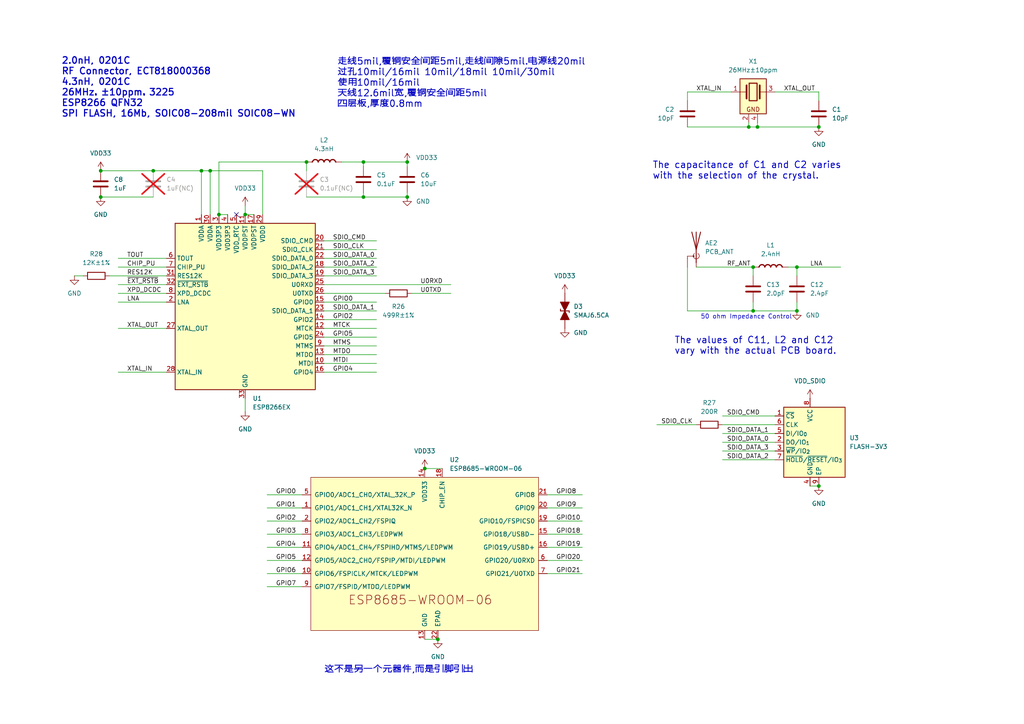
<source format=kicad_sch>
(kicad_sch (version 20250114) (generator "eeschema") (generator_version "9.0")
  (paper "A4")
  (lib_symbols
    (symbol "Device:Antenna_Shield" (pin_numbers (hide yes)) (pin_names (offset 1.016) (hide yes))
      (property "Reference" "AE" (at -1.905 4.445 0))
      (property "Value" "Antenna_Shield" (at -1.905 2.54 0))
      (symbol "Antenna_Shield_0_1"
        (arc (start 0 -2.667) (mid -0.8485 -2.1032) (end -0.508 -1.143))
        (polyline (pts (xy 0 5.08) (xy 0 -3.81)) (stroke (width 0.254)))
        (polyline (pts (xy 0 -2.54) (xy 0 0)))
        (arc (start 0.508 -1.143) (mid 0.8046 -2.0885) (end 0 -2.667))
        (polyline (pts (xy 0.762 -1.905) (xy 2.54 -1.905)))
        (circle (center 0.762 -1.905) (radius 0.1778) (fill (type outline)))
        (polyline (pts (xy 1.27 5.08) (xy 0 0) (xy -1.27 5.08)) (stroke (width 0.254)))
        (polyline (pts (xy 2.54 -2.54) (xy 2.54 -1.905)))
      )
      (symbol "Antenna_Shield_1_1"
        (pin input line (at 0 -5.08 90) (length 2.54) (name "A") (number "1"))
        (pin input line (at 2.54 -5.08 90) (length 2.54) (name "Shield") (number "2"))
      )
    )
    (symbol "MCU_Espressif:ESP8266EX"
      (property "Reference" "U" (at 0 2.54 0))
      (property "Value" "ESP8266EX" (at 0 -2.54 0))
      (symbol "ESP8266EX_0_1"
        (rectangle (start -20.32 22.86) (end 20.32 -25.4) (stroke (width 0.254)) (fill (type background)))
      )
      (symbol "ESP8266EX_1_1"
        (pin input line (at -22.86 12.7 0) (length 2.54) (name "TOUT") (number "6"))
        (pin input line (at -22.86 10.16 0) (length 2.54) (name "CHIP_PU") (number "7"))
        (pin input line (at -22.86 7.62 0) (length 2.54) (name "RES12K") (number "31"))
        (pin input line (at -22.86 5.08 0) (length 2.54) (name "~{EXT_RSTB}") (number "32"))
        (pin bidirectional line (at -22.86 2.54 0) (length 2.54) (name "XPD_DCDC") (number "8"))
        (pin bidirectional line (at -22.86 0 0) (length 2.54) (name "LNA") (number "2"))
        (pin bidirectional line (at -22.86 -7.62 0) (length 2.54) (name "XTAL_OUT") (number "27"))
        (pin bidirectional line (at -22.86 -20.32 0) (length 2.54) (name "XTAL_IN") (number "28"))
        (pin power_in line (at -12.7 25.4 270) (length 2.54) (name "VDDA") (number "1"))
        (pin power_in line (at -10.16 25.4 270) (length 2.54) (name "VDDA") (number "30"))
        (pin power_in line (at -7.62 25.4 270) (length 2.54) (name "VDD3P3") (number "3"))
        (pin power_in line (at -5.08 25.4 270) (length 2.54) (name "VDD3P3") (number "4"))
        (pin power_in line (at -2.54 25.4 270) (length 2.54) (name "VDD_RTC") (number "5"))
        (pin power_in line (at 0 25.4 270) (length 2.54) (name "VDDPST") (number "11"))
        (pin power_in line (at 0 -27.94 90) (length 2.54) (name "GND") (number "33"))
        (pin power_in line (at 2.54 25.4 270) (length 2.54) (name "VDDPST") (number "17"))
        (pin power_in line (at 5.08 25.4 270) (length 2.54) (name "VDDD") (number "29"))
        (pin bidirectional line (at 22.86 17.78 180) (length 2.54) (name "SDIO_CMD") (number "20"))
        (pin bidirectional line (at 22.86 15.24 180) (length 2.54) (name "SDIO_CLK") (number "21"))
        (pin bidirectional line (at 22.86 12.7 180) (length 2.54) (name "SDIO_DATA_0") (number "22"))
        (pin bidirectional line (at 22.86 10.16 180) (length 2.54) (name "SDIO_DATA_2") (number "18"))
        (pin bidirectional line (at 22.86 7.62 180) (length 2.54) (name "SDIO_DATA_3") (number "19"))
        (pin bidirectional line (at 22.86 5.08 180) (length 2.54) (name "U0RXD") (number "25"))
        (pin bidirectional line (at 22.86 2.54 180) (length 2.54) (name "U0TXD") (number "26"))
        (pin bidirectional line (at 22.86 0 180) (length 2.54) (name "GPIO0") (number "15"))
        (pin bidirectional line (at 22.86 -2.54 180) (length 2.54) (name "SDIO_DATA_1") (number "23"))
        (pin bidirectional line (at 22.86 -5.08 180) (length 2.54) (name "GPIO2") (number "14"))
        (pin bidirectional line (at 22.86 -7.62 180) (length 2.54) (name "MTCK") (number "12"))
        (pin bidirectional line (at 22.86 -10.16 180) (length 2.54) (name "GPIO5") (number "24"))
        (pin bidirectional line (at 22.86 -12.7 180) (length 2.54) (name "MTMS") (number "9"))
        (pin bidirectional line (at 22.86 -15.24 180) (length 2.54) (name "MTDO") (number "13"))
        (pin bidirectional line (at 22.86 -17.78 180) (length 2.54) (name "MTDI") (number "10"))
        (pin bidirectional line (at 22.86 -20.32 180) (length 2.54) (name "GPIO4") (number "16"))
      )
    )
    (symbol "Memory_Flash:W25Q128JVE"
      (property "Reference" "U" (at -6.35 11.43 0))
      (property "Value" "W25Q128JVE" (at 7.62 11.43 0))
      (symbol "W25Q128JVE_0_1"
        (rectangle (start -7.62 10.16) (end 10.16 -10.16) (stroke (width 0.254)) (fill (type background)))
      )
      (symbol "W25Q128JVE_1_1"
        (pin input line (at -10.16 7.62 0) (length 2.54) (name "~{CS}") (number "1"))
        (pin input line (at -10.16 5.08 0) (length 2.54) (name "CLK") (number "6"))
        (pin bidirectional line (at -10.16 2.54 0) (length 2.54) (name "DI/IO_{0}") (number "5"))
        (pin bidirectional line (at -10.16 0 0) (length 2.54) (name "DO/IO_{1}") (number "2"))
        (pin bidirectional line (at -10.16 -2.54 0) (length 2.54) (name "~{WP}/IO_{2}") (number "3"))
        (pin bidirectional line (at -10.16 -5.08 0) (length 2.54) (name "~{HOLD}/~{RESET}/IO_{3}") (number "7"))
        (pin power_in line (at 0 12.7 270) (length 2.54) (name "VCC") (number "8"))
        (pin power_in line (at 0 -12.7 90) (length 2.54) (name "GND") (number "4"))
        (pin passive line (at 2.54 -12.7 90) (length 2.54) (name "EP") (number "9"))
      )
    )
    (symbol "PCM_Capacitor_AKL:C_1206" (pin_numbers (hide yes)) (pin_names (offset 0.254))
      (property "Reference" "C" (at 0.635 2.54 0))
      (property "Value" "C_1206" (at 0.635 -2.54 0))
      (symbol "C_1206_0_1"
        (polyline (pts (xy -2.032 0.762) (xy 2.032 0.762)) (stroke (width 0.508)))
        (polyline (pts (xy -2.032 -0.762) (xy 2.032 -0.762)) (stroke (width 0.508)))
      )
      (symbol "C_1206_0_2"
        (polyline (pts (xy -2.54 -2.54) (xy -0.381 -0.381)))
        (polyline (pts (xy -0.508 -0.508) (xy -1.651 0.635)) (stroke (width 0.508)))
        (polyline (pts (xy -0.508 -0.508) (xy 0.635 -1.651)) (stroke (width 0.508)))
        (polyline (pts (xy 0.381 0.381) (xy 2.54 2.54)))
        (polyline (pts (xy 0.508 0.508) (xy -0.635 1.651)) (stroke (width 0.508)))
        (polyline (pts (xy 0.508 0.508) (xy 1.651 -0.635)) (stroke (width 0.508)))
      )
      (symbol "C_1206_1_1"
        (pin passive line (at 0 3.81 270) (length 2.794) (name "~") (number "1"))
        (pin passive line (at 0 -3.81 90) (length 2.794) (name "~") (number "2"))
      )
      (symbol "C_1206_1_2"
        (pin passive line (at -2.54 -2.54 90) (length 0) (name "~") (number "2"))
        (pin passive line (at 2.54 2.54 270) (length 0) (name "~") (number "1"))
      )
    )
    (symbol "PCM_Crystal_AKL:SMD3225-4" (pin_names (offset 1.016) (hide yes))
      (property "Reference" "X" (at 0 8.89 0))
      (property "Value" "SMD3225-4" (at 0 6.35 0))
      (symbol "SMD3225-4_0_1"
        (rectangle (start -3.81 3.81) (end 3.81 -6.35) (stroke (width 0.254)) (fill (type background)))
        (polyline (pts (xy -3.81 0) (xy -1.905 0)))
        (polyline (pts (xy -1.905 -1.905) (xy -1.905 1.905)) (stroke (width 0.508)))
        (rectangle (start -1.143 2.54) (end 1.143 -2.54) (stroke (width 0.3048)))
        (polyline (pts (xy 1.905 -1.905) (xy 1.905 1.905)) (stroke (width 0.508)))
        (polyline (pts (xy 3.81 0) (xy 1.905 0)))
        (text "GND" (at 0 -5.08 0) (effects (font (size 1.27 1.27))))
      )
      (symbol "SMD3225-4_1_1"
        (pin passive line (at -6.35 0 0) (length 2.54) (name "1") (number "1"))
        (pin passive line (at -1.27 -8.89 90) (length 2.54) (name "2") (number "2"))
        (pin passive line (at 1.27 -8.89 90) (length 2.54) (name "4") (number "4"))
        (pin passive line (at 6.35 0 180) (length 2.54) (name "3") (number "3"))
      )
    )
    (symbol "PCM_Diode_TVS_AKL:SMAJ6.5CA" (pin_numbers (hide yes)) (pin_names (offset 1.016) (hide yes))
      (property "Reference" "D" (at 0 5.08 0))
      (property "Value" "SMAJ6.5CA" (at 0 2.54 0))
      (symbol "SMAJ6.5CA_0_1"
        (polyline (pts (xy 0 1.27) (xy 0 -1.27)) (stroke (width 0.254)))
        (polyline (pts (xy 0 1.27) (xy 0.508 1.27)) (stroke (width 0.254)))
        (polyline (pts (xy 0 0) (xy -2.54 1.27) (xy -2.54 -1.27) (xy 0 0)) (stroke (width 0.254)) (fill (type outline)))
        (polyline (pts (xy 0 -1.27) (xy -0.508 -1.27)) (stroke (width 0.254)))
        (polyline (pts (xy 1.27 0) (xy -1.27 0)))
        (polyline (pts (xy 2.54 1.27) (xy 2.54 -1.27) (xy 0 0) (xy 2.54 1.27)) (stroke (width 0.254)) (fill (type outline)))
      )
      (symbol "SMAJ6.5CA_0_2"
        (polyline (pts (xy -3.81 -3.81) (xy 3.81 3.81)))
        (polyline (pts (xy -1.778 -1.778) (xy -2.667 -0.889) (xy 0 0) (xy -0.889 -2.667) (xy -1.778 -1.778)) (stroke (width 0.254)) (fill (type outline)))
        (polyline (pts (xy -0.889 0.889) (xy -1.27 0.508)) (stroke (width 0.254)))
        (polyline (pts (xy -0.889 0.889) (xy 0.889 -0.889)) (stroke (width 0.254)))
        (polyline (pts (xy 0.889 -0.889) (xy 1.27 -0.508)) (stroke (width 0.254)))
        (polyline (pts (xy 1.778 1.778) (xy 2.667 0.889) (xy 0 0) (xy 0.889 2.667) (xy 1.778 1.778)) (stroke (width 0.254)) (fill (type outline)))
      )
      (symbol "SMAJ6.5CA_1_1"
        (pin passive line (at -5.08 0 0) (length 2.54) (name "K") (number "1"))
        (pin passive line (at 5.08 0 180) (length 2.54) (name "A") (number "2"))
      )
      (symbol "SMAJ6.5CA_1_2"
        (pin passive line (at -3.81 -3.81 0) (length 0) (name "A") (number "2"))
        (pin passive line (at 3.81 3.81 180) (length 0) (name "K") (number "1"))
      )
    )
    (symbol "PCM_Elektuur:L" (pin_numbers (hide yes)) (pin_names (offset 0) (hide yes))
      (property "Reference" "L" (at 2.54 3.175 0))
      (property "Value" "L" (at 2.54 -3.175 0))
      (symbol "L_1_0"
        (arc (start 0 3.302) (mid 0.6604 2.5146) (end 0 1.7272) (stroke (width 0.254)))
        (arc (start 0 1.6256) (mid 0.6604 0.8382) (end 0 0.0508) (stroke (width 0.254)))
        (arc (start 0 -0.0508) (mid 0.6604 -0.8382) (end 0 -1.6256) (stroke (width 0.254)))
        (arc (start 0 -1.7272) (mid 0.6604 -2.5146) (end 0 -3.302) (stroke (width 0.254)))
        (arc (start 0 3.4036) (mid 0.762 2.5146) (end 0 1.6256) (stroke (width 0.254)))
        (arc (start 0 1.7272) (mid 0.762 0.8382) (end 0 -0.0508) (stroke (width 0.254)))
        (arc (start 0 0.0508) (mid 0.762 -0.8382) (end 0 -1.7272) (stroke (width 0.254)))
        (arc (start 0 -1.6256) (mid 0.762 -2.5146) (end 0 -3.4036) (stroke (width 0.254)))
        (polyline (pts (xy 0 3.5052) (xy 0 3.302)) (stroke (width 0.254)))
        (polyline (pts (xy 0 1.7272) (xy 0 1.6256)) (stroke (width 0.254)))
        (polyline (pts (xy 0 0.0508) (xy 0 -0.0508)) (stroke (width 0.254)))
        (polyline (pts (xy 0 -1.6256) (xy 0 -1.7272)) (stroke (width 0.254)))
        (polyline (pts (xy 0 -3.302) (xy 0 -3.5052)) (stroke (width 0.254)))
        (pin passive line (at 0 5.08 270) (length 1.5748) (name "+") (number "1"))
        (pin passive line (at 0 -5.08 90) (length 1.5748) (name "-") (number "2"))
      )
      (symbol "L_1_2"
        (rectangle (start 1.524 3.3782) (end 1.9812 -3.3782) (stroke (width 0.254)) (fill (type outline)))
      )
      (symbol "L_1_3"
        (rectangle (start 1.524 3.0988) (end 1.9812 1.9304) (stroke (width 0.254)) (fill (type outline)))
        (rectangle (start 1.524 1.4224) (end 1.9812 0.254) (stroke (width 0.254)) (fill (type outline)))
        (rectangle (start 1.524 -0.254) (end 1.9812 -1.4224) (stroke (width 0.254)) (fill (type outline)))
        (rectangle (start 1.524 -1.9304) (end 1.9812 -3.0988) (stroke (width 0.254)) (fill (type outline)))
      )
    )
    (symbol "PCM_Espressif:ESP8685-WROOM-06" (pin_names (offset 1.016))
      (property "Reference" "U" (at -33.02 24.13 0))
      (property "Value" "ESP8685-WROOM-06" (at -33.02 21.59 0))
      (symbol "ESP8685-WROOM-06_0_1"
        (rectangle (start -33.02 20.32) (end 33.02 -24.13) (fill (type background)))
      )
      (symbol "ESP8685-WROOM-06_1_0"
        (pin bidirectional line (at 35.56 15.24 180) (length 2.54) (name "GPIO8") (number "21"))
      )
      (symbol "ESP8685-WROOM-06_1_1"
        (text "ESP8685-WROOM-06" (at -1.27 -15.24 0) (effects (font (size 2.54 2.54))))
        (pin bidirectional line (at -35.56 15.24 0) (length 2.54) (name "GPIO0/ADC1_CH0/XTAL_32K_P") (number "5"))
        (pin bidirectional line (at -35.56 11.43 0) (length 2.54) (name "GPIO1/ADC1_CH1/XTAL32K_N") (number "1"))
        (pin bidirectional line (at -35.56 7.62 0) (length 2.54) (name "GPIO2/ADC1_CH2/FSPIQ") (number "2"))
        (pin bidirectional line (at -35.56 3.81 0) (length 2.54) (name "GPIO3/ADC1_CH3/LEDPWM") (number "8"))
        (pin bidirectional line (at -35.56 0 0) (length 2.54) (name "GPIO4/ADC1_CH4/FSPIHD/MTMS/LEDPWM") (number "11"))
        (pin bidirectional line (at -35.56 -3.81 0) (length 2.54) (name "GPIO5/ADC2_CH0/FSPIP/MTDI/LEDPWM") (number "12"))
        (pin bidirectional line (at -35.56 -7.62 0) (length 2.54) (name "GPIO6/FSPICLK/MTCK/LEDPWM") (number "10"))
        (pin bidirectional line (at -35.56 -11.43 0) (length 2.54) (name "GPIO7/FSPID/MTDO/LEDPWM") (number "9"))
        (pin power_in line (at 0 22.86 270) (length 2.54) (name "VDD33") (number "14"))
        (pin power_in line (at 0 -26.67 90) (length 2.54) (name "GND") (number "13"))
        (pin power_in line (at 3.81 -26.67 90) (length 2.54) (name "EPAD") (number "22"))
        (pin input line (at 5.08 22.86 270) (length 2.54) (name "CHIP_EN") (number "18"))
        (pin no_connect non_logic (at 11.43 22.86 270) (length 2.54) (hide yes) (name "NC") (number "3"))
        (pin no_connect non_logic (at 15.24 22.86 270) (length 2.54) (hide yes) (name "NC") (number "4"))
        (pin no_connect non_logic (at 19.05 22.86 270) (length 2.54) (hide yes) (name "NC") (number "17"))
        (pin bidirectional line (at 35.56 11.43 180) (length 2.54) (name "GPIO9") (number "20"))
        (pin bidirectional line (at 35.56 7.62 180) (length 2.54) (name "GPIO10/FSPICS0") (number "19"))
        (pin bidirectional line (at 35.56 3.81 180) (length 2.54) (name "GPIO18/USBD-") (number "15"))
        (pin bidirectional line (at 35.56 0 180) (length 2.54) (name "GPIO19/USBD+") (number "16"))
        (pin bidirectional line (at 35.56 -3.81 180) (length 2.54) (name "GPIO20/U0RXD") (number "6"))
        (pin bidirectional line (at 35.56 -7.62 180) (length 2.54) (name "GPIO21/U0TXD") (number "7"))
      )
    )
    (symbol "PCM_Resistor_AKL:R_1206" (pin_numbers (hide yes)) (pin_names (offset 0))
      (property "Reference" "R" (at 2.54 1.27 0))
      (property "Value" "R_1206" (at 2.54 -1.27 0))
      (symbol "R_1206_0_1"
        (rectangle (start -1.016 2.54) (end 1.016 -2.54) (stroke (width 0.254)))
      )
      (symbol "R_1206_0_2"
        (polyline (pts (xy -2.54 -2.54) (xy -1.524 -1.524)))
        (polyline (pts (xy 1.524 1.524) (xy 2.54 2.54)))
        (polyline (pts (xy 1.524 1.524) (xy 0.889 2.159) (xy -2.159 -0.889) (xy -0.889 -2.159) (xy 2.159 0.889) (xy 1.524 1.524)) (stroke (width 0.254)))
      )
      (symbol "R_1206_1_1"
        (pin passive line (at 0 3.81 270) (length 1.27) (name "~") (number "1"))
        (pin passive line (at 0 -3.81 90) (length 1.27) (name "~") (number "2"))
      )
      (symbol "R_1206_1_2"
        (pin passive line (at -2.54 -2.54 0) (length 0) (name "") (number "2"))
        (pin passive line (at 2.54 2.54 180) (length 0) (name "") (number "1"))
      )
    )
    (symbol "power:+3.3V" (power) (pin_numbers (hide yes)) (pin_names (offset 0) (hide yes))
      (property "Value" "+3.3V" (at 0 3.556 0))
      (symbol "+3.3V_0_1"
        (polyline (pts (xy -0.762 1.27) (xy 0 2.54)))
        (polyline (pts (xy 0 2.54) (xy 0.762 1.27)))
        (polyline (pts (xy 0 0) (xy 0 2.54)))
      )
      (symbol "+3.3V_1_1"
        (pin power_in line (at 0 0 90) (length 0) (name "~") (number "1"))
      )
    )
    (symbol "power:GND" (power) (pin_numbers (hide yes)) (pin_names (offset 0) (hide yes))
      (property "Value" "GND" (at 0 -3.81 0))
      (symbol "GND_0_1"
        (polyline (pts (xy 0 0) (xy 0 -1.27) (xy 1.27 -1.27) (xy 0 -2.54) (xy -1.27 -1.27) (xy 0 -1.27)))
      )
      (symbol "GND_1_1"
        (pin power_in line (at 0 0 270) (length 0) (name "~") (number "1"))
      )
    )
  )
  (text "The values of C11, L2 and C12\nvary with the actual PCB board." (exclude_from_sim yes) (at 195.58 100.33 0) (effects (font (size 1.905 1.905) (thickness 0.2381)) (justify left)))
  (text "这不是另一个元器件,而是引脚引出" (exclude_from_sim yes) (at 93.98 194.31 0) (effects (font (size 1.905 1.905) (thickness 0.2381)) (justify left)))
  (text "50 ohm Impedance Control" (at 203.2 92.71 0) (effects (font (size 1.27 1.27)) (justify left bottom)))
  (text "2.0nH, 0201C\nRF Connector, ECT818000368 \n4.3nH, 0201C\n26MHz，±10ppm，3225\nESP8266 QFN32\nSPI FLASH, 16Mb, SOIC08-208mil SOIC08-WN" (exclude_from_sim yes) (at 17.78 25.4 0) (effects (font (size 1.905 1.905) (thickness 0.3175)) (justify left)))
  (text "走线5mil,覆铜安全间距5mil,走线间隙5mil.电源线20mil\n过孔10mil/16mil 10mil/18mil 10mil/30mil\n使用10mil/16mil\n天线12.6mil宽,覆铜安全间距5mil\n四层板,厚度0.8mm" (exclude_from_sim yes) (at 97.79 24.13 0) (effects (font (size 1.905 1.905) (thickness 0.2381)) (justify left)))
  (text "The capacitance of C1 and C2 varies\nwith the selection of the crystal.\n" (exclude_from_sim yes) (at 189.23 49.53 0) (effects (font (size 1.905 1.905) (thickness 0.2381)) (justify left)))
  (junction (at 63.5 62.23))
  (junction (at 71.12 62.23))
  (junction (at 219.71 36.83))
  (junction (at 44.45 49.53))
  (junction (at 237.49 36.83))
  (junction (at 118.11 57.15))
  (junction (at 58.42 49.53))
  (junction (at 123.19 135.89))
  (junction (at 105.41 46.99))
  (junction (at 127 185.42))
  (junction (at 88.9 46.99))
  (junction (at 217.17 36.83))
  (junction (at 105.41 57.15))
  (junction (at 218.44 90.17))
  (junction (at 118.11 46.99))
  (junction (at 218.44 77.47))
  (junction (at 231.14 77.47))
  (junction (at 29.21 49.53))
  (junction (at 231.14 90.17))
  (junction (at 237.49 140.97))
  (junction (at 60.96 49.53))
  (junction (at 29.21 57.15))
  (no_connect (at 68.58 62.23))
  (wire (pts (xy 60.96 62.23) (xy 60.96 49.53)))
  (wire (pts (xy 158.75 154.94) (xy 168.91 154.94)))
  (wire (pts (xy 109.22 74.93) (xy 93.98 74.93)))
  (wire (pts (xy 209.55 133.35) (xy 224.79 133.35)))
  (wire (pts (xy 199.39 26.67) (xy 212.09 26.67)))
  (wire (pts (xy 109.22 95.25) (xy 93.98 95.25)))
  (wire (pts (xy 158.75 166.37) (xy 168.91 166.37)))
  (wire (pts (xy 109.22 90.17) (xy 93.98 90.17)))
  (wire (pts (xy 109.22 87.63) (xy 93.98 87.63)))
  (wire (pts (xy 58.42 49.53) (xy 60.96 49.53)))
  (wire (pts (xy 109.22 97.79) (xy 93.98 97.79)))
  (wire (pts (xy 209.55 130.81) (xy 224.79 130.81)))
  (wire (pts (xy 218.44 77.47) (xy 218.44 80.01)))
  (wire (pts (xy 199.39 77.47) (xy 199.39 90.17)))
  (wire (pts (xy 109.22 77.47) (xy 93.98 77.47)))
  (wire (pts (xy 34.29 95.25) (xy 48.26 95.25)))
  (wire (pts (xy 109.22 72.39) (xy 93.98 72.39)))
  (wire (pts (xy 63.5 62.23) (xy 66.04 62.23)))
  (wire (pts (xy 34.29 87.63) (xy 48.26 87.63)))
  (wire (pts (xy 34.29 82.55) (xy 48.26 82.55)))
  (wire (pts (xy 209.55 123.19) (xy 224.79 123.19)))
  (wire (pts (xy 158.75 162.56) (xy 168.91 162.56)))
  (wire (pts (xy 209.55 120.65) (xy 224.79 120.65)))
  (wire (pts (xy 77.47 166.37) (xy 87.63 166.37)))
  (wire (pts (xy 109.22 105.41) (xy 93.98 105.41)))
  (wire (pts (xy 209.55 125.73) (xy 224.79 125.73)))
  (wire (pts (xy 237.49 26.67) (xy 237.49 29.21)))
  (wire (pts (xy 105.41 57.15) (xy 88.9 57.15)))
  (wire (pts (xy 34.29 85.09) (xy 48.26 85.09)))
  (wire (pts (xy 21.59 80.01) (xy 24.13 80.01)))
  (wire (pts (xy 218.44 87.63) (xy 218.44 90.17)))
  (wire (pts (xy 105.41 46.99) (xy 99.06 46.99)))
  (wire (pts (xy 77.47 143.51) (xy 87.63 143.51)))
  (wire (pts (xy 219.71 35.56) (xy 219.71 36.83)))
  (wire (pts (xy 217.17 35.56) (xy 217.17 36.83)))
  (wire (pts (xy 105.41 48.26) (xy 105.41 46.99)))
  (wire (pts (xy 58.42 49.53) (xy 58.42 62.23)))
  (wire (pts (xy 199.39 36.83) (xy 217.17 36.83)))
  (wire (pts (xy 231.14 80.01) (xy 231.14 77.47)))
  (wire (pts (xy 88.9 46.99) (xy 63.5 46.99)))
  (wire (pts (xy 109.22 92.71) (xy 93.98 92.71)))
  (wire (pts (xy 199.39 90.17) (xy 218.44 90.17)))
  (wire (pts (xy 158.75 151.13) (xy 168.91 151.13)))
  (wire (pts (xy 231.14 77.47) (xy 243.84 77.47)))
  (wire (pts (xy 119.38 85.09) (xy 130.81 85.09)))
  (wire (pts (xy 118.11 46.99) (xy 105.41 46.99)))
  (wire (pts (xy 34.29 77.47) (xy 48.26 77.47)))
  (wire (pts (xy 158.75 143.51) (xy 168.91 143.51)))
  (wire (pts (xy 29.21 49.53) (xy 44.45 49.53)))
  (wire (pts (xy 109.22 100.33) (xy 93.98 100.33)))
  (wire (pts (xy 71.12 119.38) (xy 71.12 115.57)))
  (wire (pts (xy 109.22 69.85) (xy 93.98 69.85)))
  (wire (pts (xy 76.2 49.53) (xy 60.96 49.53)))
  (wire (pts (xy 118.11 55.88) (xy 118.11 57.15)))
  (wire (pts (xy 76.2 62.23) (xy 76.2 49.53)))
  (wire (pts (xy 77.47 170.18) (xy 87.63 170.18)))
  (wire (pts (xy 231.14 90.17) (xy 231.14 87.63)))
  (wire (pts (xy 217.17 36.83) (xy 219.71 36.83)))
  (wire (pts (xy 77.47 151.13) (xy 87.63 151.13)))
  (wire (pts (xy 199.39 26.67) (xy 199.39 29.21)))
  (wire (pts (xy 31.75 80.01) (xy 48.26 80.01)))
  (wire (pts (xy 77.47 154.94) (xy 87.63 154.94)))
  (wire (pts (xy 44.45 49.53) (xy 58.42 49.53)))
  (wire (pts (xy 29.21 57.15) (xy 44.45 57.15)))
  (wire (pts (xy 34.29 107.95) (xy 48.26 107.95)))
  (wire (pts (xy 109.22 80.01) (xy 93.98 80.01)))
  (wire (pts (xy 201.93 77.47) (xy 218.44 77.47)))
  (wire (pts (xy 77.47 162.56) (xy 87.63 162.56)))
  (wire (pts (xy 118.11 57.15) (xy 105.41 57.15)))
  (wire (pts (xy 219.71 36.83) (xy 237.49 36.83)))
  (wire (pts (xy 77.47 158.75) (xy 87.63 158.75)))
  (wire (pts (xy 93.98 85.09) (xy 111.76 85.09)))
  (wire (pts (xy 93.98 82.55) (xy 130.81 82.55)))
  (wire (pts (xy 158.75 158.75) (xy 168.91 158.75)))
  (wire (pts (xy 88.9 46.99) (xy 88.9 49.53)))
  (wire (pts (xy 234.95 140.97) (xy 237.49 140.97)))
  (wire (pts (xy 109.22 102.87) (xy 93.98 102.87)))
  (wire (pts (xy 118.11 48.26) (xy 118.11 46.99)))
  (wire (pts (xy 209.55 128.27) (xy 224.79 128.27)))
  (wire (pts (xy 71.12 59.69) (xy 71.12 62.23)))
  (wire (pts (xy 109.22 107.95) (xy 93.98 107.95)))
  (wire (pts (xy 123.19 185.42) (xy 127 185.42)))
  (wire (pts (xy 105.41 55.88) (xy 105.41 57.15)))
  (wire (pts (xy 71.12 62.23) (xy 73.66 62.23)))
  (wire (pts (xy 224.79 26.67) (xy 237.49 26.67)))
  (wire (pts (xy 158.75 147.32) (xy 168.91 147.32)))
  (wire (pts (xy 63.5 46.99) (xy 63.5 62.23)))
  (wire (pts (xy 218.44 90.17) (xy 231.14 90.17)))
  (wire (pts (xy 34.29 74.93) (xy 48.26 74.93)))
  (wire (pts (xy 190.5 123.19) (xy 201.93 123.19)))
  (wire (pts (xy 123.19 135.89) (xy 128.27 135.89)))
  (wire (pts (xy 77.47 147.32) (xy 87.63 147.32)))
  (wire (pts (xy 231.14 77.47) (xy 228.6 77.47)))
  (label "MTDO" (at 96.52 102.87 0))
  (label "GPIO1" (at 80.01 147.32 0))
  (label "GPIO8" (at 161.29 143.51 0))
  (label "GPIO0" (at 80.01 143.51 0))
  (label "GPIO2" (at 96.52 92.71 0))
  (label "SDIO_DATA_0" (at 96.52 74.93 0))
  (label "GPIO9" (at 161.29 147.32 0))
  (label "XTAL_IN" (at 36.83 107.95 0))
  (label "GPIO5" (at 96.52 97.79 0))
  (label "GPIO10" (at 161.29 151.13 0))
  (label "U0RXD" (at 121.92 82.55 0))
  (label "GPIO20" (at 161.29 162.56 0))
  (label "GPIO6" (at 80.01 166.37 0))
  (label "U0TXD" (at 121.92 85.09 0))
  (label "SDIO_CMD" (at 210.82 120.65 0))
  (label "SDIO_DATA_0" (at 210.82 128.27 0))
  (label "XTAL_OUT" (at 36.83 95.25 0))
  (label "CHIP_PU" (at 36.83 77.47 0))
  (label "SDIO_DATA_1" (at 96.52 90.17 0))
  (label "SDIO_DATA_3" (at 210.82 130.81 0))
  (label "GPIO18" (at 161.29 154.94 0))
  (label "SDIO_CMD" (at 96.52 69.85 0))
  (label "GPIO19" (at 161.29 158.75 0))
  (label "SDIO_DATA_1" (at 210.82 125.73 0))
  (label "SDIO_DATA_2" (at 96.52 77.47 0))
  (label "GPIO4" (at 80.01 158.75 0))
  (label "MTMS" (at 96.52 100.33 0))
  (label "GPIO5" (at 80.01 162.56 0))
  (label "GPIO21" (at 161.29 166.37 0))
  (label "XTAL_OUT" (at 227.33 26.67 0))
  (label "GPIO2" (at 80.01 151.13 0))
  (label "GPIO0" (at 96.52 87.63 0))
  (label "GPIO4" (at 96.52 107.95 0))
  (label "LNA" (at 36.83 87.63 0))
  (label "TOUT" (at 36.83 74.93 0))
  (label "RES12K" (at 36.83 80.01 0))
  (label "RF_ANT" (at 210.82 77.47 0))
  (label "XTAL_IN" (at 201.93 26.67 0))
  (label "MTDI" (at 96.52 105.41 0))
  (label "XPD_DCDC" (at 36.83 85.09 0))
  (label "~{EXT_RSTB}" (at 36.83 82.55 0))
  (label "GPIO7" (at 80.01 170.18 0))
  (label "SDIO_DATA_3" (at 96.52 80.01 0))
  (label "LNA" (at 234.95 77.47 0))
  (label "SDIO_DATA_2" (at 210.82 133.35 0))
  (label "SDIO_CLK" (at 191.77 123.19 0))
  (label "MTCK" (at 96.52 95.25 0))
  (label "SDIO_CLK" (at 96.52 72.39 0))
  (label "GPIO3" (at 80.01 154.94 0))
  (symbol (lib_id "PCM_Capacitor_AKL:C_1206") (at 237.49 33.02 0) (mirror y) (unit 1)
    (property "Reference" "C1" (at 241.3 31.7499 0) (effects (justify right)))
    (property "Value" "10pF" (at 241.3 34.2899 0) (effects (justify right)))
    (property "Footprint" "PCM_Capacitor_SMD_AKL:C_1206_3216Metric" (effects (hide yes)))
    (property "Description" "SMD 1206 MLCC capacitor, Alternate KiCad Library" (effects (hide yes)))
  )
  (symbol (lib_id "power:GND") (at 237.49 36.83 0) (unit 1)
    (property "Reference" "#PWR04" (effects (hide yes)))
    (property "Value" "GND" (at 237.49 41.91 0))
    (property "Description" "Power symbol creates a global label with name \"GND\" , ground" (effects (hide yes)))
  )
  (symbol (lib_id "power:GND") (at 127 185.42 0) (unit 1)
    (property "Reference" "#PWR023" (effects (hide yes)))
    (property "Value" "GND" (at 127 190.5 0))
    (property "Description" "Power symbol creates a global label with name \"GND\" , ground" (effects (hide yes)))
  )
  (symbol (lib_id "PCM_Capacitor_AKL:C_1206") (at 105.41 52.07 0) (mirror y) (unit 1)
    (property "Reference" "C5" (at 109.22 50.7999 0) (effects (justify right)))
    (property "Value" "0.1uF" (at 109.22 53.3399 0) (effects (justify right)))
    (property "Footprint" "PCM_Capacitor_SMD_AKL:C_1206_3216Metric" (effects (hide yes)))
    (property "Description" "SMD 1206 MLCC capacitor, Alternate KiCad Library" (effects (hide yes)))
  )
  (symbol (lib_id "PCM_Diode_TVS_AKL:SMAJ6.5CA") (at 163.83 90.17 90) (unit 1)
    (property "Reference" "D3" (at 166.37 88.8999 90) (effects (justify right)))
    (property "Value" "SMAJ6.5CA" (at 166.37 91.4399 90) (effects (justify right)))
    (property "Footprint" "PCM_Diode_SMD_AKL:D_SMA_TVS" (effects (hide yes)))
    (property "Datasheet" "https://www.tme.eu/Document/dbc72d81c249fe51b6ab42300e8e06d0/SMAJ_ser.pdf" (effects (hide yes)))
    (property "Description" "SMA Bidirectional TVS Diode, 6.5V, 400W, Alternate KiCAD Library" (effects (hide yes)))
  )
  (symbol (lib_id "PCM_Resistor_AKL:R_1206") (at 115.57 85.09 270) (unit 1)
    (property "Reference" "R26" (at 115.57 88.9 90))
    (property "Value" "499R±1%" (at 115.57 91.44 90))
    (property "Footprint" "PCM_Resistor_SMD_AKL:R_1206_3216Metric" (effects (hide yes)))
    (property "Description" "SMD 1206 Chip Resistor, European Symbol, Alternate KiCad Library" (effects (hide yes)))
  )
  (symbol (lib_id "PCM_Elektuur:L") (at 223.52 77.47 90) (unit 1)
    (property "Reference" "L1" (at 223.52 71.12 90))
    (property "Value" "2.4nH" (at 223.52 73.66 90))
    (property "Description" "coil/winding/inductor/choke/reactor" (effects (hide yes)))
    (property "Indicator" "●" (effects (hide yes)))
    (property "Rating" "A" (effects (hide yes)))
  )
  (symbol (lib_id "Device:Antenna_Shield") (at 201.93 72.39 0) (mirror y) (unit 1)
    (property "Reference" "AE2" (at 204.47 70.4849 0) (effects (justify right)))
    (property "Value" "PCB_ANT" (at 204.47 73.0249 0) (effects (justify right)))
    (property "Description" "Antenna with extra pin for shielding" (effects (hide yes)))
  )
  (symbol (lib_id "power:GND") (at 21.59 80.01 0) (mirror y) (unit 1)
    (property "Reference" "#PWR016" (effects (hide yes)))
    (property "Value" "GND" (at 21.59 85.09 0))
    (property "Description" "Power symbol creates a global label with name \"GND\" , ground" (effects (hide yes)))
  )
  (symbol (lib_id "power:GND") (at 237.49 140.97 0) (unit 1)
    (property "Reference" "#PWR022" (effects (hide yes)))
    (property "Value" "GND" (at 237.49 146.05 0))
    (property "Description" "Power symbol creates a global label with name \"GND\" , ground" (effects (hide yes)))
  )
  (symbol (lib_id "PCM_Capacitor_AKL:C_1206") (at 199.39 33.02 0) (unit 1)
    (property "Reference" "C2" (at 195.58 31.7499 0) (effects (justify right)))
    (property "Value" "10pF" (at 195.58 34.2899 0) (effects (justify right)))
    (property "Footprint" "PCM_Capacitor_SMD_AKL:C_1206_3216Metric" (effects (hide yes)))
    (property "Description" "SMD 1206 MLCC capacitor, Alternate KiCad Library" (effects (hide yes)))
  )
  (symbol (lib_id "power:+3.3V") (at 163.83 85.09 0) (unit 1)
    (property "Reference" "#PWR024" (effects (hide yes)))
    (property "Value" "VDD33" (at 163.83 80.01 0))
    (property "Description" "Power symbol creates a global label with name \"+3.3V\"" (effects (hide yes)))
  )
  (symbol (lib_id "power:+3.3V") (at 234.95 115.57 0) (unit 1)
    (property "Reference" "#PWR021" (effects (hide yes)))
    (property "Value" "VDD_SDIO" (at 234.95 110.49 0))
    (property "Description" "Power symbol creates a global label with name \"+3.3V\"" (effects (hide yes)))
  )
  (symbol (lib_id "MCU_Espressif:ESP8266EX") (at 71.12 87.63 0) (unit 1)
    (property "Reference" "U1" (at 73.2633 115.57 0) (effects (justify left)))
    (property "Value" "ESP8266EX" (at 73.2633 118.11 0) (effects (justify left)))
    (property "Footprint" "Package_DFN_QFN:QFN-32-1EP_5x5mm_P0.5mm_EP3.45x3.45mm" (effects (hide yes)))
    (property "Datasheet" "http://espressif.com/sites/default/files/documentation/0a-esp8266ex_datasheet_en.pdf" (effects (hide yes)))
    (property "Description" "Highly integrated Wi-Fi SoC, QFN-32" (effects (hide yes)))
  )
  (symbol (lib_id "PCM_Crystal_AKL:SMD3225-4") (at 218.44 26.67 0) (unit 1)
    (property "Reference" "X1" (at 218.44 17.78 0))
    (property "Value" "26MHz±10ppm" (at 218.44 20.32 0))
    (property "Footprint" "PCM_Crystal_AKL:Crystal_SMD_3225-4Pin_3.2x2.5mm" (effects (hide yes)))
    (property "Description" "SMD Quartz crystal, 4 terminals, 3.2mm x 2.5mm, Alternate KiCad Library" (effects (hide yes)))
  )
  (symbol (lib_id "power:+3.3V") (at 123.19 135.89 0) (unit 1)
    (property "Reference" "#PWR025" (effects (hide yes)))
    (property "Value" "VDD33" (at 123.19 130.81 0))
    (property "Description" "Power symbol creates a global label with name \"+3.3V\"" (effects (hide yes)))
  )
  (symbol (lib_id "PCM_Resistor_AKL:R_1206") (at 205.74 123.19 90) (unit 1)
    (property "Reference" "R27" (at 205.74 116.84 90))
    (property "Value" "200R" (at 205.74 119.38 90))
    (property "Footprint" "PCM_Resistor_SMD_AKL:R_1206_3216Metric" (effects (hide yes)))
    (property "Description" "SMD 1206 Chip Resistor, European Symbol, Alternate KiCad Library" (effects (hide yes)))
  )
  (symbol (lib_id "power:GND") (at 71.12 119.38 0) (unit 1)
    (property "Reference" "#PWR026" (effects (hide yes)))
    (property "Value" "GND" (at 71.12 124.46 0))
    (property "Description" "Power symbol creates a global label with name \"GND\" , ground" (effects (hide yes)))
  )
  (symbol (lib_id "power:GND") (at 118.11 57.15 0) (unit 1)
    (property "Reference" "#PWR08" (effects (hide yes)))
    (property "Value" "GND" (at 120.65 58.4199 0) (effects (justify left)))
    (property "Description" "Power symbol creates a global label with name \"GND\" , ground" (effects (hide yes)))
  )
  (symbol (lib_id "PCM_Espressif:ESP8685-WROOM-06") (at 123.19 158.75 0) (unit 1)
    (property "Reference" "U2" (at 130.4133 133.35 0) (effects (justify left)))
    (property "Value" "ESP8685-WROOM-06" (at 130.4133 135.89 0) (effects (justify left)))
    (property "Footprint" "PCM_Espressif:ESP8685-WROOM-06" (effects (hide yes)))
    (property "Datasheet" "https://www.espressif.com/sites/default/files/documentation/esp8685-wroom-06_datasheet_en.pdf" (effects (hide yes)))
  )
  (symbol (lib_id "Memory_Flash:W25Q128JVE") (at 234.95 128.27 0) (unit 1)
    (property "Reference" "U3" (at 246.38 126.9999 0) (effects (justify left)))
    (property "Value" "FLASH-3V3" (at 246.38 129.5399 0) (effects (justify left)))
    (property "Footprint" "Package_SON:WSON-8-1EP_8x6mm_P1.27mm_EP3.4x4.3mm" (effects (hide yes)))
    (property "Datasheet" "https://www.winbond.com/resource-files/w25q128jv_dtr%20revc%2003272018%20plus.pdf" (effects (hide yes)))
    (property "Description" "128Mbit / 16MiB Serial Flash Memory, Standard/Dual/Quad SPI, 2.7-3.6V, WSON-8" (effects (hide yes)))
  )
  (symbol (lib_id "power:GND") (at 29.21 57.15 0) (mirror y) (unit 1)
    (property "Reference" "#PWR015" (effects (hide yes)))
    (property "Value" "GND" (at 29.21 62.23 0))
    (property "Description" "Power symbol creates a global label with name \"GND\" , ground" (effects (hide yes)))
  )
  (symbol (lib_id "PCM_Resistor_AKL:R_1206") (at 27.94 80.01 270) (unit 1)
    (property "Reference" "R28" (at 27.94 73.66 90))
    (property "Value" "12K±1%" (at 27.94 76.2 90))
    (property "Footprint" "PCM_Resistor_SMD_AKL:R_1206_3216Metric" (effects (hide yes)))
    (property "Description" "SMD 1206 Chip Resistor, European Symbol, Alternate KiCad Library" (effects (hide yes)))
  )
  (symbol (lib_id "PCM_Capacitor_AKL:C_1206") (at 231.14 83.82 0) (unit 1)
    (property "Reference" "C12" (at 234.95 82.5499 0) (effects (justify left)))
    (property "Value" "2.4pF" (at 234.95 85.0899 0) (effects (justify left)))
    (property "Footprint" "PCM_Capacitor_SMD_AKL:C_1206_3216Metric" (effects (hide yes)))
    (property "Description" "SMD 1206 MLCC capacitor, Alternate KiCad Library" (effects (hide yes)))
  )
  (symbol (lib_id "PCM_Capacitor_AKL:C_1206") (at 88.9 53.34 0) (mirror y) (unit 1) (dnp yes)
    (property "Reference" "C3" (at 92.71 52.0699 0) (effects (justify right)))
    (property "Value" "0.1uF(NC)" (at 92.71 54.6099 0) (effects (justify right)))
    (property "Footprint" "PCM_Capacitor_SMD_AKL:C_1206_3216Metric" (effects (hide yes)))
    (property "Description" "SMD 1206 MLCC capacitor, Alternate KiCad Library" (effects (hide yes)))
  )
  (symbol (lib_id "PCM_Capacitor_AKL:C_1206") (at 29.21 53.34 0) (mirror y) (unit 1)
    (property "Reference" "C8" (at 33.02 52.0699 0) (effects (justify right)))
    (property "Value" "1uF" (at 33.02 54.6099 0) (effects (justify right)))
    (property "Footprint" "PCM_Capacitor_SMD_AKL:C_1206_3216Metric" (effects (hide yes)))
    (property "Description" "SMD 1206 MLCC capacitor, Alternate KiCad Library" (effects (hide yes)))
  )
  (symbol (lib_id "PCM_Capacitor_AKL:C_1206") (at 44.45 53.34 0) (unit 1) (dnp yes)
    (property "Reference" "C4" (at 48.26 52.0699 0) (effects (justify left)))
    (property "Value" "1uF(NC)" (at 48.26 54.6099 0) (effects (justify left)))
    (property "Footprint" "PCM_Capacitor_SMD_AKL:C_1206_3216Metric" (effects (hide yes)))
    (property "Description" "SMD 1206 MLCC capacitor, Alternate KiCad Library" (effects (hide yes)))
  )
  (symbol (lib_id "power:+3.3V") (at 118.11 46.99 0) (unit 1)
    (property "Reference" "#PWR07" (effects (hide yes)))
    (property "Value" "VDD33" (at 120.65 45.7199 0) (effects (justify left)))
    (property "Description" "Power symbol creates a global label with name \"+3.3V\"" (effects (hide yes)))
  )
  (symbol (lib_id "PCM_Capacitor_AKL:C_1206") (at 118.11 52.07 0) (unit 1)
    (property "Reference" "C6" (at 121.92 50.7999 0) (effects (justify left)))
    (property "Value" "10uF" (at 121.92 53.3399 0) (effects (justify left)))
    (property "Footprint" "PCM_Capacitor_SMD_AKL:C_1206_3216Metric" (effects (hide yes)))
    (property "Description" "SMD 1206 MLCC capacitor, Alternate KiCad Library" (effects (hide yes)))
  )
  (symbol (lib_id "power:+3.3V") (at 29.21 49.53 0) (mirror y) (unit 1)
    (property "Reference" "#PWR017" (effects (hide yes)))
    (property "Value" "VDD33" (at 29.21 44.45 0))
    (property "Description" "Power symbol creates a global label with name \"+3.3V\"" (effects (hide yes)))
  )
  (symbol (lib_id "PCM_Capacitor_AKL:C_1206") (at 218.44 83.82 0) (unit 1)
    (property "Reference" "C13" (at 222.25 82.5499 0) (effects (justify left)))
    (property "Value" "2.0pF" (at 222.25 85.0899 0) (effects (justify left)))
    (property "Footprint" "PCM_Capacitor_SMD_AKL:C_1206_3216Metric" (effects (hide yes)))
    (property "Description" "SMD 1206 MLCC capacitor, Alternate KiCad Library" (effects (hide yes)))
  )
  (symbol (lib_id "power:GND") (at 231.14 90.17 0) (unit 1)
    (property "Reference" "#PWR06" (effects (hide yes)))
    (property "Value" "GND" (at 233.68 91.4399 0) (effects (justify left)))
    (property "Description" "Power symbol creates a global label with name \"GND\" , ground" (effects (hide yes)))
  )
  (symbol (lib_id "power:+3.3V") (at 71.12 59.69 0) (mirror y) (unit 1)
    (property "Reference" "#PWR018" (effects (hide yes)))
    (property "Value" "VDD33" (at 71.12 54.61 0))
    (property "Description" "Power symbol creates a global label with name \"+3.3V\"" (effects (hide yes)))
  )
  (symbol (lib_id "PCM_Elektuur:L") (at 93.98 46.99 270) (mirror x) (unit 1)
    (property "Reference" "L2" (at 93.98 40.64 90))
    (property "Value" "4.3nH" (at 93.98 43.18 90))
    (property "Description" "coil/winding/inductor/choke/reactor" (effects (hide yes)))
    (property "Indicator" "●" (effects (hide yes)))
    (property "Rating" "A" (effects (hide yes)))
  )
  (symbol (lib_id "power:GND") (at 163.83 95.25 0) (unit 1)
    (property "Reference" "#PWR020" (effects (hide yes)))
    (property "Value" "GND" (at 166.37 96.5199 0) (effects (justify left)))
    (property "Description" "Power symbol creates a global label with name \"GND\" , ground" (effects (hide yes)))
  )
)
</source>
